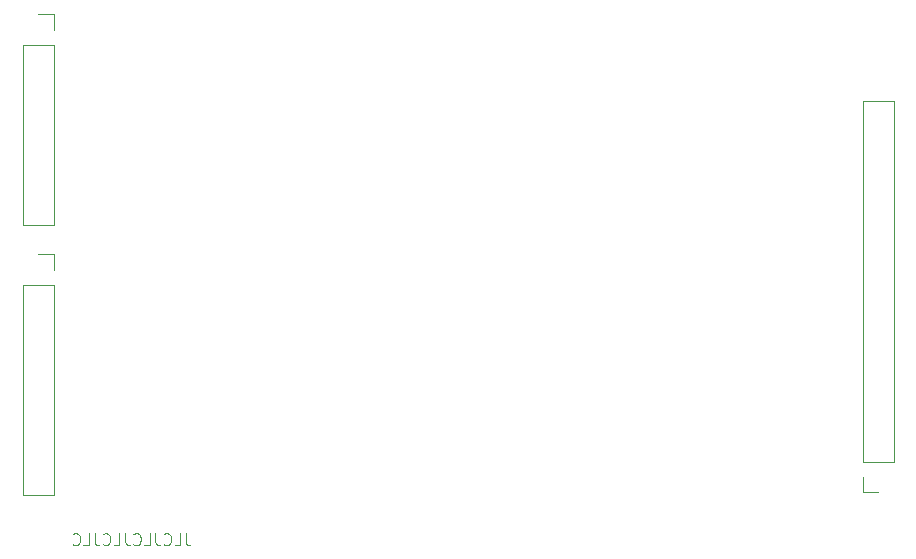
<source format=gbr>
%TF.GenerationSoftware,KiCad,Pcbnew,(6.0.0-0)*%
%TF.CreationDate,2022-08-12T08:36:24-04:00*%
%TF.ProjectId,inst-step-irq-decode,696e7374-2d73-4746-9570-2d6972712d64,rev?*%
%TF.SameCoordinates,Original*%
%TF.FileFunction,Legend,Bot*%
%TF.FilePolarity,Positive*%
%FSLAX46Y46*%
G04 Gerber Fmt 4.6, Leading zero omitted, Abs format (unit mm)*
G04 Created by KiCad (PCBNEW (6.0.0-0)) date 2022-08-12 08:36:24*
%MOMM*%
%LPD*%
G01*
G04 APERTURE LIST*
%ADD10C,0.100000*%
%ADD11C,0.120000*%
G04 APERTURE END LIST*
D10*
X127301047Y-121626380D02*
X127301047Y-122340666D01*
X127348666Y-122483523D01*
X127443904Y-122578761D01*
X127586761Y-122626380D01*
X127682000Y-122626380D01*
X126348666Y-122626380D02*
X126824857Y-122626380D01*
X126824857Y-121626380D01*
X125443904Y-122531142D02*
X125491523Y-122578761D01*
X125634380Y-122626380D01*
X125729619Y-122626380D01*
X125872476Y-122578761D01*
X125967714Y-122483523D01*
X126015333Y-122388285D01*
X126062952Y-122197809D01*
X126062952Y-122054952D01*
X126015333Y-121864476D01*
X125967714Y-121769238D01*
X125872476Y-121674000D01*
X125729619Y-121626380D01*
X125634380Y-121626380D01*
X125491523Y-121674000D01*
X125443904Y-121721619D01*
X124729619Y-121626380D02*
X124729619Y-122340666D01*
X124777238Y-122483523D01*
X124872476Y-122578761D01*
X125015333Y-122626380D01*
X125110571Y-122626380D01*
X123777238Y-122626380D02*
X124253428Y-122626380D01*
X124253428Y-121626380D01*
X122872476Y-122531142D02*
X122920095Y-122578761D01*
X123062952Y-122626380D01*
X123158190Y-122626380D01*
X123301047Y-122578761D01*
X123396285Y-122483523D01*
X123443904Y-122388285D01*
X123491523Y-122197809D01*
X123491523Y-122054952D01*
X123443904Y-121864476D01*
X123396285Y-121769238D01*
X123301047Y-121674000D01*
X123158190Y-121626380D01*
X123062952Y-121626380D01*
X122920095Y-121674000D01*
X122872476Y-121721619D01*
X122158190Y-121626380D02*
X122158190Y-122340666D01*
X122205809Y-122483523D01*
X122301047Y-122578761D01*
X122443904Y-122626380D01*
X122539142Y-122626380D01*
X121205809Y-122626380D02*
X121682000Y-122626380D01*
X121682000Y-121626380D01*
X120301047Y-122531142D02*
X120348666Y-122578761D01*
X120491523Y-122626380D01*
X120586761Y-122626380D01*
X120729619Y-122578761D01*
X120824857Y-122483523D01*
X120872476Y-122388285D01*
X120920095Y-122197809D01*
X120920095Y-122054952D01*
X120872476Y-121864476D01*
X120824857Y-121769238D01*
X120729619Y-121674000D01*
X120586761Y-121626380D01*
X120491523Y-121626380D01*
X120348666Y-121674000D01*
X120301047Y-121721619D01*
X119586761Y-121626380D02*
X119586761Y-122340666D01*
X119634380Y-122483523D01*
X119729619Y-122578761D01*
X119872476Y-122626380D01*
X119967714Y-122626380D01*
X118634380Y-122626380D02*
X119110571Y-122626380D01*
X119110571Y-121626380D01*
X117729619Y-122531142D02*
X117777238Y-122578761D01*
X117920095Y-122626380D01*
X118015333Y-122626380D01*
X118158190Y-122578761D01*
X118253428Y-122483523D01*
X118301047Y-122388285D01*
X118348666Y-122197809D01*
X118348666Y-122054952D01*
X118301047Y-121864476D01*
X118253428Y-121769238D01*
X118158190Y-121674000D01*
X118015333Y-121626380D01*
X117920095Y-121626380D01*
X117777238Y-121674000D01*
X117729619Y-121721619D01*
D11*
%TO.C,J1*%
X113478000Y-100584242D02*
X113478000Y-118424242D01*
X116138000Y-100584242D02*
X116138000Y-118424242D01*
X116138000Y-118424242D02*
X113478000Y-118424242D01*
X116138000Y-97984242D02*
X114808000Y-97984242D01*
X116138000Y-99314242D02*
X116138000Y-97984242D01*
X116138000Y-100584242D02*
X113478000Y-100584242D01*
%TO.C,J2*%
X184598000Y-115570000D02*
X187258000Y-115570000D01*
X184598000Y-85030000D02*
X187258000Y-85030000D01*
X184598000Y-115570000D02*
X184598000Y-85030000D01*
X184598000Y-116840000D02*
X184598000Y-118170000D01*
X187258000Y-115570000D02*
X187258000Y-85030000D01*
X184598000Y-118170000D02*
X185928000Y-118170000D01*
%TO.C,J3*%
X113478000Y-80264242D02*
X113478000Y-95564242D01*
X116138000Y-78994242D02*
X116138000Y-77664242D01*
X116138000Y-80264242D02*
X113478000Y-80264242D01*
X116138000Y-95564242D02*
X113478000Y-95564242D01*
X116138000Y-80264242D02*
X116138000Y-95564242D01*
X116138000Y-77664242D02*
X114808000Y-77664242D01*
%TD*%
M02*

</source>
